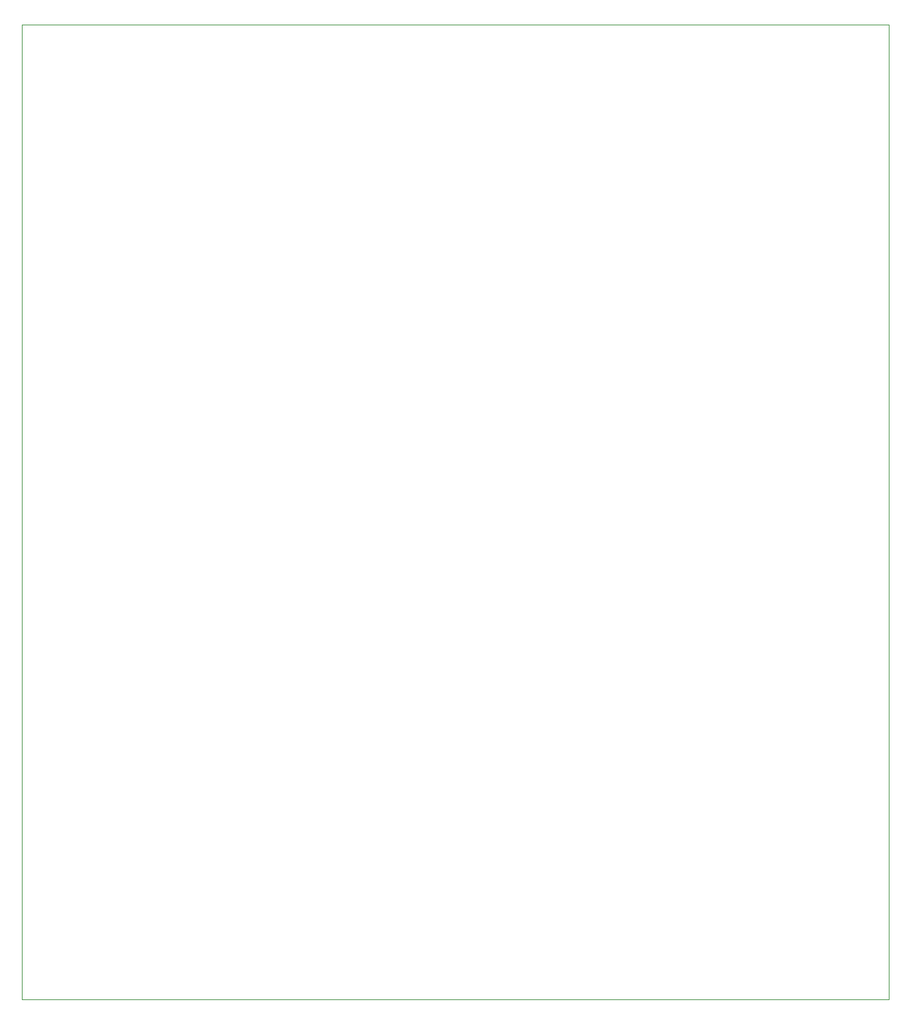
<source format=gbr>
%TF.GenerationSoftware,KiCad,Pcbnew,9.0.6*%
%TF.CreationDate,2025-11-21T06:24:55-05:00*%
%TF.ProjectId,sch,7363682e-6b69-4636-9164-5f7063625858,1.0*%
%TF.SameCoordinates,Original*%
%TF.FileFunction,Profile,NP*%
%FSLAX46Y46*%
G04 Gerber Fmt 4.6, Leading zero omitted, Abs format (unit mm)*
G04 Created by KiCad (PCBNEW 9.0.6) date 2025-11-21 06:24:55*
%MOMM*%
%LPD*%
G01*
G04 APERTURE LIST*
%TA.AperFunction,Profile*%
%ADD10C,0.050000*%
%TD*%
G04 APERTURE END LIST*
D10*
X40005000Y-41910000D02*
X147320000Y-41910000D01*
X147320000Y-162560000D01*
X40005000Y-162560000D01*
X40005000Y-41910000D01*
M02*

</source>
